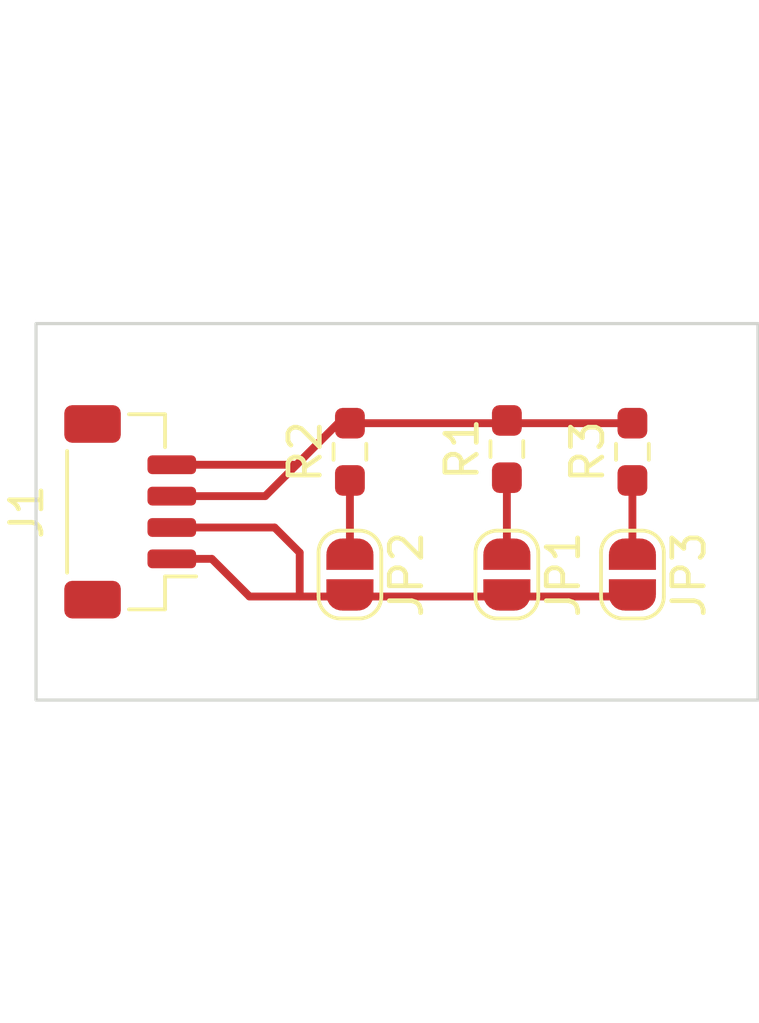
<source format=kicad_pcb>
(kicad_pcb (version 20211014) (generator pcbnew)
  (layers (0 "F.Cu" signal) (31 "B.Cu" signal) (34 "B.Paste" user) (35 "F.Paste" user) (36 "B.SilkS" user "B.Silkscreen") (37 "F.SilkS" user "F.Silkscreen") (38 "B.Mask" user) (39 "F.Mask" user) (44 "Edge.Cuts" user))
  (net 0 "")
  (net 1 "Net-(J1-Pad1)")
  (net 2 "Net-(J1-Pad3)")
  (net 3 "Net-(JP1-Pad1)")
  (net 4 "Net-(JP2-Pad1)")
  (net 5 "Net-(JP3-Pad1)")
  (footprint "Jumper:SolderJumper-2_P1.3mm_Open_RoundedPad1.0x1.5mm" (layer "F.Cu") (at 157 95 -90)
    (fp_text reference "JP1" (at 0 -1.8 90) (layer "F.SilkS"))
    (fp_text value "Jumper_2_Open")
    (fp_line (start -1.4 0.3) (end -1.4 -0.3) (layer "F.SilkS") (width 0.12))
    (fp_line (start 0.7 1) (end -0.7 1) (layer "F.SilkS") (width 0.12))
    (fp_line (start -0.7 -1) (end 0.7 -1) (layer "F.SilkS") (width 0.12))
    (fp_line (start 1.4 -0.3) (end 1.4 0.3) (layer "F.SilkS") (width 0.12))
    (fp_arc (start -1.4 -0.3) (mid -1.194975 -0.794975) (end -0.7 -1) (layer "F.SilkS") (width 0.12))
    (fp_arc (start 1.4 0.3) (mid 1.194975 0.794975) (end 0.7 1) (layer "F.SilkS") (width 0.12))
    (fp_arc (start 0.7 -1) (mid 1.194975 -0.794975) (end 1.4 -0.3) (layer "F.SilkS") (width 0.12))
    (fp_arc (start -0.7 1) (mid -1.194975 0.794975) (end -1.4 0.3) (layer "F.SilkS") (width 0.12))
    (pad "1" smd custom (at -0.65 0 270) (size 1 0.5) (layers "F.Cu" "F.Mask") (net 3 "Net-(JP1-Pad1)") (options (clearance outline) (anchor rect)) (primitives (gr_circle (center 0 0.25) (end 0.5 0.25) (width 0) (fill yes)) (gr_circle (center 0 -0.25) (end 0.5 -0.25) (width 0) (fill yes)) (gr_poly (pts (xy 0.5 0.75) (xy 0 0.75) (xy 0 -0.75) (xy 0.5 -0.75)) (width 0) (fill yes))))
    (pad "2" smd custom (at 0.65 0 270) (size 1 0.5) (layers "F.Cu" "F.Mask") (net 1 "Net-(J1-Pad1)") (options (clearance outline) (anchor rect)) (primitives (gr_circle (center 0 0.25) (end 0.5 0.25) (width 0) (fill yes)) (gr_circle (center 0 -0.25) (end 0.5 -0.25) (width 0) (fill yes)) (gr_poly (pts (xy 0 0.75) (xy -0.5 0.75) (xy -0.5 -0.75) (xy 0 -0.75)) (width 0) (fill yes))))
  )
  (footprint "Resistor_SMD:R_0603_1608Metric_Pad0.98x0.95mm_HandSolder" (layer "F.Cu") (at 157 91 90)
    (fp_text reference "R1" (at 0 -1.43 90) (layer "F.SilkS"))
    (fp_text value "20K_0.1%")
    (fp_line (start -0.254724 -0.5225) (end 0.254724 -0.5225) (layer "F.SilkS") (width 0.12))
    (fp_line (start -0.254724 0.5225) (end 0.254724 0.5225) (layer "F.SilkS") (width 0.12))
    (pad "1" smd roundrect (at -0.9125 0 90) (size 0.975 0.95) (layers "F.Cu" "F.Paste" "F.Mask") (net 3 "Net-(JP1-Pad1)"))
    (pad "2" smd roundrect (at 0.9125 0 90) (size 0.975 0.95) (layers "F.Cu" "F.Paste" "F.Mask") (net 2 "Net-(J1-Pad3)"))
  )
  (footprint "Jumper:SolderJumper-2_P1.3mm_Open_RoundedPad1.0x1.5mm" (layer "F.Cu") (at 161 95 -90)
    (fp_text reference "JP3" (at 0 -1.8 90) (layer "F.SilkS"))
    (fp_text value "Jumper_2_Open")
    (fp_line (start 1.4 -0.3) (end 1.4 0.3) (layer "F.SilkS") (width 0.12))
    (fp_line (start 0.7 1) (end -0.7 1) (layer "F.SilkS") (width 0.12))
    (fp_line (start -1.4 0.3) (end -1.4 -0.3) (layer "F.SilkS") (width 0.12))
    (fp_line (start -0.7 -1) (end 0.7 -1) (layer "F.SilkS") (width 0.12))
    (fp_arc (start 0.7 -1) (mid 1.194975 -0.794975) (end 1.4 -0.3) (layer "F.SilkS") (width 0.12))
    (fp_arc (start -1.4 -0.3) (mid -1.194975 -0.794975) (end -0.7 -1) (layer "F.SilkS") (width 0.12))
    (fp_arc (start -0.7 1) (mid -1.194975 0.794975) (end -1.4 0.3) (layer "F.SilkS") (width 0.12))
    (fp_arc (start 1.4 0.3) (mid 1.194975 0.794975) (end 0.7 1) (layer "F.SilkS") (width 0.12))
    (pad "1" smd custom (at -0.65 0 270) (size 1 0.5) (layers "F.Cu" "F.Mask") (net 5 "Net-(JP3-Pad1)") (options (clearance outline) (anchor rect)) (primitives (gr_circle (center 0 0.25) (end 0.5 0.25) (width 0) (fill yes)) (gr_circle (center 0 -0.25) (end 0.5 -0.25) (width 0) (fill yes)) (gr_poly (pts (xy 0.5 0.75) (xy 0 0.75) (xy 0 -0.75) (xy 0.5 -0.75)) (width 0) (fill yes))))
    (pad "2" smd custom (at 0.65 0 270) (size 1 0.5) (layers "F.Cu" "F.Mask") (net 1 "Net-(J1-Pad1)") (options (clearance outline) (anchor rect)) (primitives (gr_circle (center 0 0.25) (end 0.5 0.25) (width 0) (fill yes)) (gr_circle (center 0 -0.25) (end 0.5 -0.25) (width 0) (fill yes)) (gr_poly (pts (xy 0 0.75) (xy -0.5 0.75) (xy -0.5 -0.75) (xy 0 -0.75)) (width 0) (fill yes))))
  )
  (footprint "Resistor_SMD:R_0603_1608Metric_Pad0.98x0.95mm_HandSolder" (layer "F.Cu") (at 152 91.0875 90)
    (fp_text reference "R2" (at 0 -1.43 90) (layer "F.SilkS"))
    (fp_text value "1K 0.1%")
    (fp_line (start -0.254724 -0.5225) (end 0.254724 -0.5225) (layer "F.SilkS") (width 0.12))
    (fp_line (start -0.254724 0.5225) (end 0.254724 0.5225) (layer "F.SilkS") (width 0.12))
    (pad "1" smd roundrect (at -0.9125 0 90) (size 0.975 0.95) (layers "F.Cu" "F.Paste" "F.Mask") (net 4 "Net-(JP2-Pad1)"))
    (pad "2" smd roundrect (at 0.9125 0 90) (size 0.975 0.95) (layers "F.Cu" "F.Paste" "F.Mask") (net 2 "Net-(J1-Pad3)"))
  )
  (footprint "Resistor_SMD:R_0603_1608Metric_Pad0.98x0.95mm_HandSolder" (layer "F.Cu") (at 161 91.0875 90)
    (fp_text reference "R3" (at 0 -1.43 90) (layer "F.SilkS"))
    (fp_text value "10K 0.05%")
    (fp_line (start -0.254724 -0.5225) (end 0.254724 -0.5225) (layer "F.SilkS") (width 0.12))
    (fp_line (start -0.254724 0.5225) (end 0.254724 0.5225) (layer "F.SilkS") (width 0.12))
    (pad "1" smd roundrect (at -0.9125 0 90) (size 0.975 0.95) (layers "F.Cu" "F.Paste" "F.Mask") (net 5 "Net-(JP3-Pad1)"))
    (pad "2" smd roundrect (at 0.9125 0 90) (size 0.975 0.95) (layers "F.Cu" "F.Paste" "F.Mask") (net 2 "Net-(J1-Pad3)"))
  )
  (footprint "Jumper:SolderJumper-2_P1.3mm_Open_RoundedPad1.0x1.5mm" (layer "F.Cu") (at 152 95 -90)
    (fp_text reference "JP2" (at 0 -1.8 90) (layer "F.SilkS"))
    (fp_text value "Jumper_2_Open")
    (fp_line (start -1.4 0.3) (end -1.4 -0.3) (layer "F.SilkS") (width 0.12))
    (fp_line (start 1.4 -0.3) (end 1.4 0.3) (layer "F.SilkS") (width 0.12))
    (fp_line (start -0.7 -1) (end 0.7 -1) (layer "F.SilkS") (width 0.12))
    (fp_line (start 0.7 1) (end -0.7 1) (layer "F.SilkS") (width 0.12))
    (fp_arc (start -0.7 1) (mid -1.194975 0.794975) (end -1.4 0.3) (layer "F.SilkS") (width 0.12))
    (fp_arc (start -1.4 -0.3) (mid -1.194975 -0.794975) (end -0.7 -1) (layer "F.SilkS") (width 0.12))
    (fp_arc (start 0.7 -1) (mid 1.194975 -0.794975) (end 1.4 -0.3) (layer "F.SilkS") (width 0.12))
    (fp_arc (start 1.4 0.3) (mid 1.194975 0.794975) (end 0.7 1) (layer "F.SilkS") (width 0.12))
    (pad "1" smd custom (at -0.65 0 270) (size 1 0.5) (layers "F.Cu" "F.Mask") (net 4 "Net-(JP2-Pad1)") (options (clearance outline) (anchor rect)) (primitives (gr_circle (center 0 0.25) (end 0.5 0.25) (width 0) (fill yes)) (gr_circle (center 0 -0.25) (end 0.5 -0.25) (width 0) (fill yes)) (gr_poly (pts (xy 0.5 0.75) (xy 0 0.75) (xy 0 -0.75) (xy 0.5 -0.75)) (width 0) (fill yes))))
    (pad "2" smd custom (at 0.65 0 270) (size 1 0.5) (layers "F.Cu" "F.Mask") (net 1 "Net-(J1-Pad1)") (options (clearance outline) (anchor rect)) (primitives (gr_circle (center 0 0.25) (end 0.5 0.25) (width 0) (fill yes)) (gr_circle (center 0 -0.25) (end 0.5 -0.25) (width 0) (fill yes)) (gr_poly (pts (xy 0 0.75) (xy -0.5 0.75) (xy -0.5 -0.75) (xy 0 -0.75)) (width 0) (fill yes))))
  )
  (footprint "Connector_JST:JST_SH_BM04B-SRSS-TB_1x04-1MP_P1.00mm_Vertical" (layer "F.Cu") (at 145 93 90)
    (fp_text reference "J1" (at 0 -3.3 90) (layer "F.SilkS"))
    (fp_text value "JST_SRSS_Conn_01x04_bridge_horizontal_2")
    (fp_line (start -2.06 1.11) (end -2.06 2.1) (layer "F.SilkS") (width 0.12))
    (fp_line (start 3.11 1.11) (end 2.06 1.11) (layer "F.SilkS") (width 0.12))
    (fp_line (start -1.94 -2.01) (end 1.94 -2.01) (layer "F.SilkS") (width 0.12))
    (fp_line (start -3.11 1.11) (end -2.06 1.11) (layer "F.SilkS") (width 0.12))
    (fp_line (start 3.11 -0.04) (end 3.11 1.11) (layer "F.SilkS") (width 0.12))
    (fp_line (start -3.11 -0.04) (end -3.11 1.11) (layer "F.SilkS") (width 0.12))
    (pad "1" smd roundrect (at -1.5 1.325 90) (size 0.6 1.55) (layers "F.Cu" "F.Paste" "F.Mask") (net 1 "Net-(J1-Pad1)"))
    (pad "2" smd roundrect (at -0.5 1.325 90) (size 0.6 1.55) (layers "F.Cu" "F.Paste" "F.Mask") (net 1 "Net-(J1-Pad1)"))
    (pad "3" smd roundrect (at 0.5 1.325 90) (size 0.6 1.55) (layers "F.Cu" "F.Paste" "F.Mask") (net 2 "Net-(J1-Pad3)"))
    (pad "4" smd roundrect (at 1.5 1.325 90) (size 0.6 1.55) (layers "F.Cu" "F.Paste" "F.Mask") (net 2 "Net-(J1-Pad3)"))
    (pad "MP" smd roundrect (at 2.8 -1.2 90) (size 1.2 1.8) (layers "F.Cu" "F.Paste" "F.Mask") (roundrect_rratio 0.2083333333))
    (pad "MP" smd roundrect (at -2.8 -1.2 90) (size 1.2 1.8) (layers "F.Cu" "F.Paste" "F.Mask") (roundrect_rratio 0.2083333333))
  )
  (gr_rect (start 142 87) (end 165 99) (layer "Edge.Cuts") (width 0.1) (fill none))
  (segment (start 147.6 94.5) (end 148.8 95.7) (width 0.25) (layer "F.Cu") (net 1))
  (segment (start 146.325 94.5) (end 147.6 94.5) (width 0.25) (layer "F.Cu") (net 1))
  (segment (start 148.8 95.7) (end 150.4 95.7) (width 0.25) (layer "F.Cu") (net 1))
  (segment (start 160.95 95.7) (end 161 95.65) (width 0.25) (layer "F.Cu") (net 1))
  (segment (start 146.325 93.5) (end 149.6 93.5) (width 0.25) (layer "F.Cu") (net 1))
  (segment (start 150.4 94.3) (end 150.4 95.7) (width 0.25) (layer "F.Cu") (net 1))
  (segment (start 149.6 93.5) (end 150.4 94.3) (width 0.25) (layer "F.Cu") (net 1))
  (segment (start 150.4 95.7) (end 160.95 95.7) (width 0.25) (layer "F.Cu") (net 1))
  (segment (start 146.325 92.5) (end 149.3 92.5) (width 0.25) (layer "F.Cu") (net 2))
  (segment (start 150.3 91.5) (end 146.325 91.5) (width 0.25) (layer "F.Cu") (net 2))
  (segment (start 149.3 92.5) (end 150.3 91.5) (width 0.25) (layer "F.Cu") (net 2))
  (segment (start 161 90.175) (end 151.625 90.175) (width 0.25) (layer "F.Cu") (net 2))
  (segment (start 151.625 90.175) (end 150.3 91.5) (width 0.25) (layer "F.Cu") (net 2))
  (segment (start 157 91.9125) (end 157 94.35) (width 0.25) (layer "F.Cu") (net 3))
  (segment (start 152 94.35) (end 152 92) (width 0.25) (layer "F.Cu") (net 4))
  (segment (start 161 92) (end 161 94.35) (width 0.25) (layer "F.Cu") (net 5))
)
</source>
